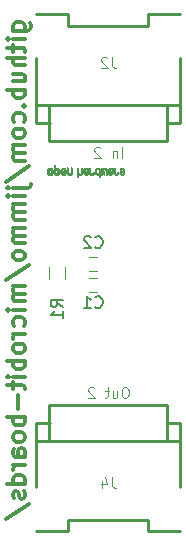
<source format=gbr>
G04 #@! TF.GenerationSoftware,KiCad,Pcbnew,5.0.1*
G04 #@! TF.CreationDate,2018-11-17T00:42:23+11:00*
G04 #@! TF.ProjectId,grove-level-shifter,67726F76652D6C6576656C2D73686966,rev?*
G04 #@! TF.SameCoordinates,Original*
G04 #@! TF.FileFunction,Legend,Bot*
G04 #@! TF.FilePolarity,Positive*
%FSLAX46Y46*%
G04 Gerber Fmt 4.6, Leading zero omitted, Abs format (unit mm)*
G04 Created by KiCad (PCBNEW 5.0.1) date Sat 17 Nov 2018 00:42:23 AEDT*
%MOMM*%
%LPD*%
G01*
G04 APERTURE LIST*
%ADD10C,0.300000*%
%ADD11C,0.120000*%
%ADD12C,0.254000*%
%ADD13C,0.010000*%
%ADD14C,0.150000*%
%ADD15C,0.101600*%
G04 APERTURE END LIST*
D10*
X32571571Y-27756000D02*
X33785857Y-27756000D01*
X33928714Y-27684571D01*
X34000142Y-27613142D01*
X34071571Y-27470285D01*
X34071571Y-27256000D01*
X34000142Y-27113142D01*
X33500142Y-27756000D02*
X33571571Y-27613142D01*
X33571571Y-27327428D01*
X33500142Y-27184571D01*
X33428714Y-27113142D01*
X33285857Y-27041714D01*
X32857285Y-27041714D01*
X32714428Y-27113142D01*
X32643000Y-27184571D01*
X32571571Y-27327428D01*
X32571571Y-27613142D01*
X32643000Y-27756000D01*
X33571571Y-28470285D02*
X32571571Y-28470285D01*
X32071571Y-28470285D02*
X32143000Y-28398857D01*
X32214428Y-28470285D01*
X32143000Y-28541714D01*
X32071571Y-28470285D01*
X32214428Y-28470285D01*
X32571571Y-28970285D02*
X32571571Y-29541714D01*
X32071571Y-29184571D02*
X33357285Y-29184571D01*
X33500142Y-29256000D01*
X33571571Y-29398857D01*
X33571571Y-29541714D01*
X33571571Y-30041714D02*
X32071571Y-30041714D01*
X33571571Y-30684571D02*
X32785857Y-30684571D01*
X32643000Y-30613142D01*
X32571571Y-30470285D01*
X32571571Y-30256000D01*
X32643000Y-30113142D01*
X32714428Y-30041714D01*
X32571571Y-32041714D02*
X33571571Y-32041714D01*
X32571571Y-31398857D02*
X33357285Y-31398857D01*
X33500142Y-31470285D01*
X33571571Y-31613142D01*
X33571571Y-31827428D01*
X33500142Y-31970285D01*
X33428714Y-32041714D01*
X33571571Y-32756000D02*
X32071571Y-32756000D01*
X32643000Y-32756000D02*
X32571571Y-32898857D01*
X32571571Y-33184571D01*
X32643000Y-33327428D01*
X32714428Y-33398857D01*
X32857285Y-33470285D01*
X33285857Y-33470285D01*
X33428714Y-33398857D01*
X33500142Y-33327428D01*
X33571571Y-33184571D01*
X33571571Y-32898857D01*
X33500142Y-32756000D01*
X33428714Y-34113142D02*
X33500142Y-34184571D01*
X33571571Y-34113142D01*
X33500142Y-34041714D01*
X33428714Y-34113142D01*
X33571571Y-34113142D01*
X33500142Y-35470285D02*
X33571571Y-35327428D01*
X33571571Y-35041714D01*
X33500142Y-34898857D01*
X33428714Y-34827428D01*
X33285857Y-34756000D01*
X32857285Y-34756000D01*
X32714428Y-34827428D01*
X32643000Y-34898857D01*
X32571571Y-35041714D01*
X32571571Y-35327428D01*
X32643000Y-35470285D01*
X33571571Y-36327428D02*
X33500142Y-36184571D01*
X33428714Y-36113142D01*
X33285857Y-36041714D01*
X32857285Y-36041714D01*
X32714428Y-36113142D01*
X32643000Y-36184571D01*
X32571571Y-36327428D01*
X32571571Y-36541714D01*
X32643000Y-36684571D01*
X32714428Y-36756000D01*
X32857285Y-36827428D01*
X33285857Y-36827428D01*
X33428714Y-36756000D01*
X33500142Y-36684571D01*
X33571571Y-36541714D01*
X33571571Y-36327428D01*
X33571571Y-37470285D02*
X32571571Y-37470285D01*
X32714428Y-37470285D02*
X32643000Y-37541714D01*
X32571571Y-37684571D01*
X32571571Y-37898857D01*
X32643000Y-38041714D01*
X32785857Y-38113142D01*
X33571571Y-38113142D01*
X32785857Y-38113142D02*
X32643000Y-38184571D01*
X32571571Y-38327428D01*
X32571571Y-38541714D01*
X32643000Y-38684571D01*
X32785857Y-38756000D01*
X33571571Y-38756000D01*
X32000142Y-40541714D02*
X33928714Y-39256000D01*
X32571571Y-41041714D02*
X33857285Y-41041714D01*
X34000142Y-40970285D01*
X34071571Y-40827428D01*
X34071571Y-40756000D01*
X32071571Y-41041714D02*
X32143000Y-40970285D01*
X32214428Y-41041714D01*
X32143000Y-41113142D01*
X32071571Y-41041714D01*
X32214428Y-41041714D01*
X33571571Y-41756000D02*
X32571571Y-41756000D01*
X32071571Y-41756000D02*
X32143000Y-41684571D01*
X32214428Y-41756000D01*
X32143000Y-41827428D01*
X32071571Y-41756000D01*
X32214428Y-41756000D01*
X33571571Y-42470285D02*
X32571571Y-42470285D01*
X32714428Y-42470285D02*
X32643000Y-42541714D01*
X32571571Y-42684571D01*
X32571571Y-42898857D01*
X32643000Y-43041714D01*
X32785857Y-43113142D01*
X33571571Y-43113142D01*
X32785857Y-43113142D02*
X32643000Y-43184571D01*
X32571571Y-43327428D01*
X32571571Y-43541714D01*
X32643000Y-43684571D01*
X32785857Y-43756000D01*
X33571571Y-43756000D01*
X33571571Y-44470285D02*
X32571571Y-44470285D01*
X32714428Y-44470285D02*
X32643000Y-44541714D01*
X32571571Y-44684571D01*
X32571571Y-44898857D01*
X32643000Y-45041714D01*
X32785857Y-45113142D01*
X33571571Y-45113142D01*
X32785857Y-45113142D02*
X32643000Y-45184571D01*
X32571571Y-45327428D01*
X32571571Y-45541714D01*
X32643000Y-45684571D01*
X32785857Y-45756000D01*
X33571571Y-45756000D01*
X33571571Y-46684571D02*
X33500142Y-46541714D01*
X33428714Y-46470285D01*
X33285857Y-46398857D01*
X32857285Y-46398857D01*
X32714428Y-46470285D01*
X32643000Y-46541714D01*
X32571571Y-46684571D01*
X32571571Y-46898857D01*
X32643000Y-47041714D01*
X32714428Y-47113142D01*
X32857285Y-47184571D01*
X33285857Y-47184571D01*
X33428714Y-47113142D01*
X33500142Y-47041714D01*
X33571571Y-46898857D01*
X33571571Y-46684571D01*
X32000142Y-48898857D02*
X33928714Y-47613142D01*
X33571571Y-49398857D02*
X32571571Y-49398857D01*
X32714428Y-49398857D02*
X32643000Y-49470285D01*
X32571571Y-49613142D01*
X32571571Y-49827428D01*
X32643000Y-49970285D01*
X32785857Y-50041714D01*
X33571571Y-50041714D01*
X32785857Y-50041714D02*
X32643000Y-50113142D01*
X32571571Y-50256000D01*
X32571571Y-50470285D01*
X32643000Y-50613142D01*
X32785857Y-50684571D01*
X33571571Y-50684571D01*
X33571571Y-51398857D02*
X32571571Y-51398857D01*
X32071571Y-51398857D02*
X32143000Y-51327428D01*
X32214428Y-51398857D01*
X32143000Y-51470285D01*
X32071571Y-51398857D01*
X32214428Y-51398857D01*
X33500142Y-52756000D02*
X33571571Y-52613142D01*
X33571571Y-52327428D01*
X33500142Y-52184571D01*
X33428714Y-52113142D01*
X33285857Y-52041714D01*
X32857285Y-52041714D01*
X32714428Y-52113142D01*
X32643000Y-52184571D01*
X32571571Y-52327428D01*
X32571571Y-52613142D01*
X32643000Y-52756000D01*
X33571571Y-53398857D02*
X32571571Y-53398857D01*
X32857285Y-53398857D02*
X32714428Y-53470285D01*
X32643000Y-53541714D01*
X32571571Y-53684571D01*
X32571571Y-53827428D01*
X33571571Y-54541714D02*
X33500142Y-54398857D01*
X33428714Y-54327428D01*
X33285857Y-54256000D01*
X32857285Y-54256000D01*
X32714428Y-54327428D01*
X32643000Y-54398857D01*
X32571571Y-54541714D01*
X32571571Y-54756000D01*
X32643000Y-54898857D01*
X32714428Y-54970285D01*
X32857285Y-55041714D01*
X33285857Y-55041714D01*
X33428714Y-54970285D01*
X33500142Y-54898857D01*
X33571571Y-54756000D01*
X33571571Y-54541714D01*
X33571571Y-55684571D02*
X32071571Y-55684571D01*
X32643000Y-55684571D02*
X32571571Y-55827428D01*
X32571571Y-56113142D01*
X32643000Y-56256000D01*
X32714428Y-56327428D01*
X32857285Y-56398857D01*
X33285857Y-56398857D01*
X33428714Y-56327428D01*
X33500142Y-56256000D01*
X33571571Y-56113142D01*
X33571571Y-55827428D01*
X33500142Y-55684571D01*
X33571571Y-57041714D02*
X32571571Y-57041714D01*
X32071571Y-57041714D02*
X32143000Y-56970285D01*
X32214428Y-57041714D01*
X32143000Y-57113142D01*
X32071571Y-57041714D01*
X32214428Y-57041714D01*
X32571571Y-57541714D02*
X32571571Y-58113142D01*
X32071571Y-57756000D02*
X33357285Y-57756000D01*
X33500142Y-57827428D01*
X33571571Y-57970285D01*
X33571571Y-58113142D01*
X33000142Y-58613142D02*
X33000142Y-59756000D01*
X33571571Y-60470285D02*
X32071571Y-60470285D01*
X32643000Y-60470285D02*
X32571571Y-60613142D01*
X32571571Y-60898857D01*
X32643000Y-61041714D01*
X32714428Y-61113142D01*
X32857285Y-61184571D01*
X33285857Y-61184571D01*
X33428714Y-61113142D01*
X33500142Y-61041714D01*
X33571571Y-60898857D01*
X33571571Y-60613142D01*
X33500142Y-60470285D01*
X33571571Y-62041714D02*
X33500142Y-61898857D01*
X33428714Y-61827428D01*
X33285857Y-61756000D01*
X32857285Y-61756000D01*
X32714428Y-61827428D01*
X32643000Y-61898857D01*
X32571571Y-62041714D01*
X32571571Y-62256000D01*
X32643000Y-62398857D01*
X32714428Y-62470285D01*
X32857285Y-62541714D01*
X33285857Y-62541714D01*
X33428714Y-62470285D01*
X33500142Y-62398857D01*
X33571571Y-62256000D01*
X33571571Y-62041714D01*
X33571571Y-63827428D02*
X32785857Y-63827428D01*
X32643000Y-63756000D01*
X32571571Y-63613142D01*
X32571571Y-63327428D01*
X32643000Y-63184571D01*
X33500142Y-63827428D02*
X33571571Y-63684571D01*
X33571571Y-63327428D01*
X33500142Y-63184571D01*
X33357285Y-63113142D01*
X33214428Y-63113142D01*
X33071571Y-63184571D01*
X33000142Y-63327428D01*
X33000142Y-63684571D01*
X32928714Y-63827428D01*
X33571571Y-64541714D02*
X32571571Y-64541714D01*
X32857285Y-64541714D02*
X32714428Y-64613142D01*
X32643000Y-64684571D01*
X32571571Y-64827428D01*
X32571571Y-64970285D01*
X33571571Y-66113142D02*
X32071571Y-66113142D01*
X33500142Y-66113142D02*
X33571571Y-65970285D01*
X33571571Y-65684571D01*
X33500142Y-65541714D01*
X33428714Y-65470285D01*
X33285857Y-65398857D01*
X32857285Y-65398857D01*
X32714428Y-65470285D01*
X32643000Y-65541714D01*
X32571571Y-65684571D01*
X32571571Y-65970285D01*
X32643000Y-66113142D01*
X33500142Y-66756000D02*
X33571571Y-66898857D01*
X33571571Y-67184571D01*
X33500142Y-67327428D01*
X33357285Y-67398857D01*
X33285857Y-67398857D01*
X33143000Y-67327428D01*
X33071571Y-67184571D01*
X33071571Y-66970285D01*
X33000142Y-66827428D01*
X32857285Y-66756000D01*
X32785857Y-66756000D01*
X32643000Y-66827428D01*
X32571571Y-66970285D01*
X32571571Y-67184571D01*
X32643000Y-67327428D01*
X32000142Y-69113142D02*
X33928714Y-67827428D01*
D11*
G04 #@! TO.C,C1*
X39020000Y-48098000D02*
X39720000Y-48098000D01*
X39720000Y-46898000D02*
X39020000Y-46898000D01*
G04 #@! TO.C,C2*
X39020000Y-49876000D02*
X39720000Y-49876000D01*
X39720000Y-48676000D02*
X39020000Y-48676000D01*
D12*
G04 #@! TO.C,J2*
X46738540Y-34061400D02*
X45638720Y-34061400D01*
X35641280Y-34061400D02*
X34541460Y-34061400D01*
X46738540Y-26360120D02*
X44038520Y-26360120D01*
X37241480Y-26360120D02*
X34541460Y-26360120D01*
X46738540Y-34061400D02*
X46738540Y-35560000D01*
X46738540Y-35560000D02*
X45638720Y-35560000D01*
X45638720Y-35560000D02*
X45638720Y-34061400D01*
X45638720Y-34061400D02*
X35641280Y-34061400D01*
X35641280Y-34061400D02*
X35641280Y-35560000D01*
X35641280Y-35560000D02*
X34541460Y-35560000D01*
X34541460Y-35560000D02*
X34541460Y-34061400D01*
X46692820Y-35560000D02*
X45613320Y-35560000D01*
X35666680Y-35560000D02*
X34587180Y-35560000D01*
X46738540Y-34061400D02*
X46738540Y-30096460D01*
X34541460Y-34061400D02*
X34541460Y-30096460D01*
X46738540Y-30096460D02*
X46738540Y-35361880D01*
X34541460Y-30096460D02*
X34541460Y-35460940D01*
X35641280Y-35460940D02*
X35641280Y-37058600D01*
X35641280Y-37058600D02*
X45638720Y-37058600D01*
X45638720Y-37058600D02*
X45638720Y-35361880D01*
X44038520Y-26360120D02*
X44038520Y-27360880D01*
X44038520Y-27360880D02*
X37241480Y-27360880D01*
X37241480Y-27360880D02*
X37241480Y-26360120D01*
X46639480Y-26360120D02*
X44038520Y-26360120D01*
X44038520Y-26360120D02*
X44038520Y-27360880D01*
X44038520Y-27360880D02*
X37241480Y-27360880D01*
X37241480Y-27360880D02*
X37241480Y-26360120D01*
X37241480Y-26360120D02*
X34640520Y-26360120D01*
G04 #@! TO.C,J4*
X34541460Y-62458600D02*
X35641280Y-62458600D01*
X45638720Y-62458600D02*
X46738540Y-62458600D01*
X34541460Y-70159880D02*
X37241480Y-70159880D01*
X44038520Y-70159880D02*
X46738540Y-70159880D01*
X34541460Y-62458600D02*
X34541460Y-60960000D01*
X34541460Y-60960000D02*
X35641280Y-60960000D01*
X35641280Y-60960000D02*
X35641280Y-62458600D01*
X35641280Y-62458600D02*
X45638720Y-62458600D01*
X45638720Y-62458600D02*
X45638720Y-60960000D01*
X45638720Y-60960000D02*
X46738540Y-60960000D01*
X46738540Y-60960000D02*
X46738540Y-62458600D01*
X34587180Y-60960000D02*
X35666680Y-60960000D01*
X45613320Y-60960000D02*
X46692820Y-60960000D01*
X34541460Y-62458600D02*
X34541460Y-66423540D01*
X46738540Y-62458600D02*
X46738540Y-66423540D01*
X34541460Y-66423540D02*
X34541460Y-61158120D01*
X46738540Y-66423540D02*
X46738540Y-61059060D01*
X45638720Y-61059060D02*
X45638720Y-59461400D01*
X45638720Y-59461400D02*
X35641280Y-59461400D01*
X35641280Y-59461400D02*
X35641280Y-61158120D01*
X37241480Y-70159880D02*
X37241480Y-69159120D01*
X37241480Y-69159120D02*
X44038520Y-69159120D01*
X44038520Y-69159120D02*
X44038520Y-70159880D01*
X34640520Y-70159880D02*
X37241480Y-70159880D01*
X37241480Y-70159880D02*
X37241480Y-69159120D01*
X37241480Y-69159120D02*
X44038520Y-69159120D01*
X44038520Y-69159120D02*
X44038520Y-70159880D01*
X44038520Y-70159880D02*
X46639480Y-70159880D01*
D11*
G04 #@! TO.C,R1*
X37002000Y-48760000D02*
X37002000Y-47760000D01*
X35642000Y-47760000D02*
X35642000Y-48760000D01*
D13*
G04 #@! TO.C,Z1*
G36*
X36334744Y-39990082D02*
X36390201Y-39962432D01*
X36439148Y-39911520D01*
X36452629Y-39892662D01*
X36467314Y-39867985D01*
X36476842Y-39841184D01*
X36482293Y-39805413D01*
X36484747Y-39753831D01*
X36485286Y-39685733D01*
X36482852Y-39592412D01*
X36474394Y-39522343D01*
X36458174Y-39470069D01*
X36432454Y-39430131D01*
X36395497Y-39397071D01*
X36392782Y-39395114D01*
X36356360Y-39375092D01*
X36312502Y-39365185D01*
X36256724Y-39362743D01*
X36166048Y-39362743D01*
X36166010Y-39274717D01*
X36165166Y-39225692D01*
X36160024Y-39196935D01*
X36146587Y-39179689D01*
X36120858Y-39165192D01*
X36114679Y-39162231D01*
X36085764Y-39148352D01*
X36063376Y-39139586D01*
X36046729Y-39138829D01*
X36035036Y-39148977D01*
X36027510Y-39172927D01*
X36023366Y-39213574D01*
X36021815Y-39273814D01*
X36022071Y-39356545D01*
X36023349Y-39464661D01*
X36023748Y-39497000D01*
X36025185Y-39608476D01*
X36026472Y-39681397D01*
X36165971Y-39681397D01*
X36166755Y-39619501D01*
X36170240Y-39579003D01*
X36178124Y-39552292D01*
X36192105Y-39531756D01*
X36201597Y-39521740D01*
X36240404Y-39492433D01*
X36274763Y-39490048D01*
X36310216Y-39514250D01*
X36311114Y-39515143D01*
X36325539Y-39533847D01*
X36334313Y-39559268D01*
X36338739Y-39598416D01*
X36340118Y-39658303D01*
X36340143Y-39671570D01*
X36336812Y-39754099D01*
X36325969Y-39811309D01*
X36306340Y-39846234D01*
X36276650Y-39861906D01*
X36259491Y-39863486D01*
X36218766Y-39856074D01*
X36190832Y-39831670D01*
X36174017Y-39787020D01*
X36166650Y-39718870D01*
X36165971Y-39681397D01*
X36026472Y-39681397D01*
X36026708Y-39694755D01*
X36028677Y-39759667D01*
X36031450Y-39807042D01*
X36035388Y-39840710D01*
X36040849Y-39864502D01*
X36048192Y-39882247D01*
X36057777Y-39897776D01*
X36061887Y-39903619D01*
X36116405Y-39958815D01*
X36185336Y-39990110D01*
X36265072Y-39998835D01*
X36334744Y-39990082D01*
X36334744Y-39990082D01*
G37*
X36334744Y-39990082D02*
X36390201Y-39962432D01*
X36439148Y-39911520D01*
X36452629Y-39892662D01*
X36467314Y-39867985D01*
X36476842Y-39841184D01*
X36482293Y-39805413D01*
X36484747Y-39753831D01*
X36485286Y-39685733D01*
X36482852Y-39592412D01*
X36474394Y-39522343D01*
X36458174Y-39470069D01*
X36432454Y-39430131D01*
X36395497Y-39397071D01*
X36392782Y-39395114D01*
X36356360Y-39375092D01*
X36312502Y-39365185D01*
X36256724Y-39362743D01*
X36166048Y-39362743D01*
X36166010Y-39274717D01*
X36165166Y-39225692D01*
X36160024Y-39196935D01*
X36146587Y-39179689D01*
X36120858Y-39165192D01*
X36114679Y-39162231D01*
X36085764Y-39148352D01*
X36063376Y-39139586D01*
X36046729Y-39138829D01*
X36035036Y-39148977D01*
X36027510Y-39172927D01*
X36023366Y-39213574D01*
X36021815Y-39273814D01*
X36022071Y-39356545D01*
X36023349Y-39464661D01*
X36023748Y-39497000D01*
X36025185Y-39608476D01*
X36026472Y-39681397D01*
X36165971Y-39681397D01*
X36166755Y-39619501D01*
X36170240Y-39579003D01*
X36178124Y-39552292D01*
X36192105Y-39531756D01*
X36201597Y-39521740D01*
X36240404Y-39492433D01*
X36274763Y-39490048D01*
X36310216Y-39514250D01*
X36311114Y-39515143D01*
X36325539Y-39533847D01*
X36334313Y-39559268D01*
X36338739Y-39598416D01*
X36340118Y-39658303D01*
X36340143Y-39671570D01*
X36336812Y-39754099D01*
X36325969Y-39811309D01*
X36306340Y-39846234D01*
X36276650Y-39861906D01*
X36259491Y-39863486D01*
X36218766Y-39856074D01*
X36190832Y-39831670D01*
X36174017Y-39787020D01*
X36166650Y-39718870D01*
X36165971Y-39681397D01*
X36026472Y-39681397D01*
X36026708Y-39694755D01*
X36028677Y-39759667D01*
X36031450Y-39807042D01*
X36035388Y-39840710D01*
X36040849Y-39864502D01*
X36048192Y-39882247D01*
X36057777Y-39897776D01*
X36061887Y-39903619D01*
X36116405Y-39958815D01*
X36185336Y-39990110D01*
X36265072Y-39998835D01*
X36334744Y-39990082D01*
G36*
X37451093Y-39982220D02*
X37497672Y-39955277D01*
X37530057Y-39928534D01*
X37553742Y-39900516D01*
X37570059Y-39866252D01*
X37580339Y-39820773D01*
X37585914Y-39759108D01*
X37588116Y-39676289D01*
X37588371Y-39616754D01*
X37588371Y-39397609D01*
X37526686Y-39369956D01*
X37465000Y-39342303D01*
X37457743Y-39582330D01*
X37454744Y-39671972D01*
X37451598Y-39737038D01*
X37447701Y-39781974D01*
X37442447Y-39811230D01*
X37435231Y-39829252D01*
X37425450Y-39840489D01*
X37422312Y-39842921D01*
X37374761Y-39861917D01*
X37326697Y-39854400D01*
X37298086Y-39834457D01*
X37286447Y-39820325D01*
X37278391Y-39801780D01*
X37273271Y-39773666D01*
X37270441Y-39730827D01*
X37269256Y-39668105D01*
X37269057Y-39602739D01*
X37269018Y-39520732D01*
X37267614Y-39462684D01*
X37262914Y-39423535D01*
X37252987Y-39398220D01*
X37235903Y-39381677D01*
X37209732Y-39368844D01*
X37174775Y-39355509D01*
X37136596Y-39340993D01*
X37141141Y-39598611D01*
X37142971Y-39691481D01*
X37145112Y-39760111D01*
X37148181Y-39809289D01*
X37152794Y-39843802D01*
X37159568Y-39868438D01*
X37169119Y-39887984D01*
X37180634Y-39905230D01*
X37236190Y-39960320D01*
X37303980Y-39992178D01*
X37377713Y-39999809D01*
X37451093Y-39982220D01*
X37451093Y-39982220D01*
G37*
X37451093Y-39982220D02*
X37497672Y-39955277D01*
X37530057Y-39928534D01*
X37553742Y-39900516D01*
X37570059Y-39866252D01*
X37580339Y-39820773D01*
X37585914Y-39759108D01*
X37588116Y-39676289D01*
X37588371Y-39616754D01*
X37588371Y-39397609D01*
X37526686Y-39369956D01*
X37465000Y-39342303D01*
X37457743Y-39582330D01*
X37454744Y-39671972D01*
X37451598Y-39737038D01*
X37447701Y-39781974D01*
X37442447Y-39811230D01*
X37435231Y-39829252D01*
X37425450Y-39840489D01*
X37422312Y-39842921D01*
X37374761Y-39861917D01*
X37326697Y-39854400D01*
X37298086Y-39834457D01*
X37286447Y-39820325D01*
X37278391Y-39801780D01*
X37273271Y-39773666D01*
X37270441Y-39730827D01*
X37269256Y-39668105D01*
X37269057Y-39602739D01*
X37269018Y-39520732D01*
X37267614Y-39462684D01*
X37262914Y-39423535D01*
X37252987Y-39398220D01*
X37235903Y-39381677D01*
X37209732Y-39368844D01*
X37174775Y-39355509D01*
X37136596Y-39340993D01*
X37141141Y-39598611D01*
X37142971Y-39691481D01*
X37145112Y-39760111D01*
X37148181Y-39809289D01*
X37152794Y-39843802D01*
X37159568Y-39868438D01*
X37169119Y-39887984D01*
X37180634Y-39905230D01*
X37236190Y-39960320D01*
X37303980Y-39992178D01*
X37377713Y-39999809D01*
X37451093Y-39982220D01*
G36*
X35776115Y-39988038D02*
X35844145Y-39952267D01*
X35894351Y-39894699D01*
X35912185Y-39857688D01*
X35926063Y-39802118D01*
X35933167Y-39731904D01*
X35933840Y-39655273D01*
X35928427Y-39580448D01*
X35917270Y-39515658D01*
X35900714Y-39469127D01*
X35895626Y-39461113D01*
X35835355Y-39401293D01*
X35763769Y-39365465D01*
X35686092Y-39354980D01*
X35607548Y-39371190D01*
X35585689Y-39380908D01*
X35543122Y-39410857D01*
X35505763Y-39450567D01*
X35502232Y-39455603D01*
X35487881Y-39479876D01*
X35478394Y-39505822D01*
X35472790Y-39539978D01*
X35470086Y-39588881D01*
X35469299Y-39659065D01*
X35469286Y-39674800D01*
X35469322Y-39679808D01*
X35614429Y-39679808D01*
X35615273Y-39613570D01*
X35618596Y-39569614D01*
X35625583Y-39541221D01*
X35637416Y-39521675D01*
X35643457Y-39515143D01*
X35678186Y-39490320D01*
X35711903Y-39491452D01*
X35745995Y-39512984D01*
X35766329Y-39535971D01*
X35778371Y-39569522D01*
X35785134Y-39622431D01*
X35785598Y-39628601D01*
X35786752Y-39724487D01*
X35774688Y-39795701D01*
X35749570Y-39841806D01*
X35711560Y-39862365D01*
X35697992Y-39863486D01*
X35662364Y-39857848D01*
X35637994Y-39838314D01*
X35623093Y-39800958D01*
X35615875Y-39741850D01*
X35614429Y-39679808D01*
X35469322Y-39679808D01*
X35469826Y-39749587D01*
X35472096Y-39801841D01*
X35477068Y-39838051D01*
X35485713Y-39864701D01*
X35499005Y-39888278D01*
X35501943Y-39892662D01*
X35551313Y-39951751D01*
X35605109Y-39986053D01*
X35670602Y-39999669D01*
X35692842Y-40000335D01*
X35776115Y-39988038D01*
X35776115Y-39988038D01*
G37*
X35776115Y-39988038D02*
X35844145Y-39952267D01*
X35894351Y-39894699D01*
X35912185Y-39857688D01*
X35926063Y-39802118D01*
X35933167Y-39731904D01*
X35933840Y-39655273D01*
X35928427Y-39580448D01*
X35917270Y-39515658D01*
X35900714Y-39469127D01*
X35895626Y-39461113D01*
X35835355Y-39401293D01*
X35763769Y-39365465D01*
X35686092Y-39354980D01*
X35607548Y-39371190D01*
X35585689Y-39380908D01*
X35543122Y-39410857D01*
X35505763Y-39450567D01*
X35502232Y-39455603D01*
X35487881Y-39479876D01*
X35478394Y-39505822D01*
X35472790Y-39539978D01*
X35470086Y-39588881D01*
X35469299Y-39659065D01*
X35469286Y-39674800D01*
X35469322Y-39679808D01*
X35614429Y-39679808D01*
X35615273Y-39613570D01*
X35618596Y-39569614D01*
X35625583Y-39541221D01*
X35637416Y-39521675D01*
X35643457Y-39515143D01*
X35678186Y-39490320D01*
X35711903Y-39491452D01*
X35745995Y-39512984D01*
X35766329Y-39535971D01*
X35778371Y-39569522D01*
X35785134Y-39622431D01*
X35785598Y-39628601D01*
X35786752Y-39724487D01*
X35774688Y-39795701D01*
X35749570Y-39841806D01*
X35711560Y-39862365D01*
X35697992Y-39863486D01*
X35662364Y-39857848D01*
X35637994Y-39838314D01*
X35623093Y-39800958D01*
X35615875Y-39741850D01*
X35614429Y-39679808D01*
X35469322Y-39679808D01*
X35469826Y-39749587D01*
X35472096Y-39801841D01*
X35477068Y-39838051D01*
X35485713Y-39864701D01*
X35499005Y-39888278D01*
X35501943Y-39892662D01*
X35551313Y-39951751D01*
X35605109Y-39986053D01*
X35670602Y-39999669D01*
X35692842Y-40000335D01*
X35776115Y-39988038D01*
G36*
X36903303Y-39978761D02*
X36960527Y-39940265D01*
X37004749Y-39884665D01*
X37031167Y-39813914D01*
X37036510Y-39761838D01*
X37035903Y-39740107D01*
X37030822Y-39723469D01*
X37016855Y-39708563D01*
X36989589Y-39692027D01*
X36944612Y-39670502D01*
X36877511Y-39640626D01*
X36877171Y-39640476D01*
X36815407Y-39612187D01*
X36764759Y-39587067D01*
X36730404Y-39567821D01*
X36717518Y-39557152D01*
X36717514Y-39557066D01*
X36728872Y-39533834D01*
X36755431Y-39508226D01*
X36785923Y-39489779D01*
X36801370Y-39486114D01*
X36843515Y-39498788D01*
X36879808Y-39530529D01*
X36897517Y-39565428D01*
X36914552Y-39591155D01*
X36947922Y-39620454D01*
X36987149Y-39645765D01*
X37021756Y-39659529D01*
X37028993Y-39660286D01*
X37037139Y-39647840D01*
X37037630Y-39616028D01*
X37031643Y-39573134D01*
X37020357Y-39527442D01*
X37004950Y-39487239D01*
X37004171Y-39485678D01*
X36957804Y-39420938D01*
X36897711Y-39376903D01*
X36829465Y-39355289D01*
X36758638Y-39357815D01*
X36690804Y-39386196D01*
X36687788Y-39388192D01*
X36634427Y-39436552D01*
X36599340Y-39499648D01*
X36579922Y-39582613D01*
X36577316Y-39605922D01*
X36572701Y-39715945D01*
X36578233Y-39767252D01*
X36717514Y-39767252D01*
X36719324Y-39735247D01*
X36729222Y-39725907D01*
X36753898Y-39732895D01*
X36792795Y-39749413D01*
X36836275Y-39770119D01*
X36837356Y-39770667D01*
X36874209Y-39790051D01*
X36889000Y-39802987D01*
X36885353Y-39816549D01*
X36869995Y-39834368D01*
X36830923Y-39860155D01*
X36788846Y-39862050D01*
X36751103Y-39843283D01*
X36725034Y-39807085D01*
X36717514Y-39767252D01*
X36578233Y-39767252D01*
X36582194Y-39803973D01*
X36606550Y-39873788D01*
X36640456Y-39922698D01*
X36701653Y-39972122D01*
X36769063Y-39996641D01*
X36837880Y-39998203D01*
X36903303Y-39978761D01*
X36903303Y-39978761D01*
G37*
X36903303Y-39978761D02*
X36960527Y-39940265D01*
X37004749Y-39884665D01*
X37031167Y-39813914D01*
X37036510Y-39761838D01*
X37035903Y-39740107D01*
X37030822Y-39723469D01*
X37016855Y-39708563D01*
X36989589Y-39692027D01*
X36944612Y-39670502D01*
X36877511Y-39640626D01*
X36877171Y-39640476D01*
X36815407Y-39612187D01*
X36764759Y-39587067D01*
X36730404Y-39567821D01*
X36717518Y-39557152D01*
X36717514Y-39557066D01*
X36728872Y-39533834D01*
X36755431Y-39508226D01*
X36785923Y-39489779D01*
X36801370Y-39486114D01*
X36843515Y-39498788D01*
X36879808Y-39530529D01*
X36897517Y-39565428D01*
X36914552Y-39591155D01*
X36947922Y-39620454D01*
X36987149Y-39645765D01*
X37021756Y-39659529D01*
X37028993Y-39660286D01*
X37037139Y-39647840D01*
X37037630Y-39616028D01*
X37031643Y-39573134D01*
X37020357Y-39527442D01*
X37004950Y-39487239D01*
X37004171Y-39485678D01*
X36957804Y-39420938D01*
X36897711Y-39376903D01*
X36829465Y-39355289D01*
X36758638Y-39357815D01*
X36690804Y-39386196D01*
X36687788Y-39388192D01*
X36634427Y-39436552D01*
X36599340Y-39499648D01*
X36579922Y-39582613D01*
X36577316Y-39605922D01*
X36572701Y-39715945D01*
X36578233Y-39767252D01*
X36717514Y-39767252D01*
X36719324Y-39735247D01*
X36729222Y-39725907D01*
X36753898Y-39732895D01*
X36792795Y-39749413D01*
X36836275Y-39770119D01*
X36837356Y-39770667D01*
X36874209Y-39790051D01*
X36889000Y-39802987D01*
X36885353Y-39816549D01*
X36869995Y-39834368D01*
X36830923Y-39860155D01*
X36788846Y-39862050D01*
X36751103Y-39843283D01*
X36725034Y-39807085D01*
X36717514Y-39767252D01*
X36578233Y-39767252D01*
X36582194Y-39803973D01*
X36606550Y-39873788D01*
X36640456Y-39922698D01*
X36701653Y-39972122D01*
X36769063Y-39996641D01*
X36837880Y-39998203D01*
X36903303Y-39978761D01*
G36*
X38110886Y-40058711D02*
X38115139Y-39999387D01*
X38120025Y-39964428D01*
X38126795Y-39949180D01*
X38136702Y-39948985D01*
X38139914Y-39950805D01*
X38182644Y-39963985D01*
X38238227Y-39963215D01*
X38294737Y-39949667D01*
X38330082Y-39932139D01*
X38366321Y-39904139D01*
X38392813Y-39872451D01*
X38410999Y-39832187D01*
X38422322Y-39778457D01*
X38428222Y-39706374D01*
X38430143Y-39611049D01*
X38430177Y-39592763D01*
X38430200Y-39387354D01*
X38384491Y-39371420D01*
X38352027Y-39360580D01*
X38334215Y-39355532D01*
X38333691Y-39355486D01*
X38331937Y-39369172D01*
X38330444Y-39406924D01*
X38329326Y-39463776D01*
X38328697Y-39534766D01*
X38328600Y-39577927D01*
X38328398Y-39663027D01*
X38327358Y-39724019D01*
X38324831Y-39765823D01*
X38320164Y-39793358D01*
X38312707Y-39811544D01*
X38301811Y-39825302D01*
X38295007Y-39831927D01*
X38248272Y-39858625D01*
X38197272Y-39860625D01*
X38151001Y-39838045D01*
X38142444Y-39829893D01*
X38129893Y-39814564D01*
X38121188Y-39796382D01*
X38115631Y-39770091D01*
X38112526Y-39730438D01*
X38111176Y-39672168D01*
X38110886Y-39591827D01*
X38110886Y-39387354D01*
X38065177Y-39371420D01*
X38032713Y-39360580D01*
X38014901Y-39355532D01*
X38014377Y-39355486D01*
X38013037Y-39369377D01*
X38011828Y-39408561D01*
X38010801Y-39469300D01*
X38010002Y-39547859D01*
X38009481Y-39640502D01*
X38009286Y-39743491D01*
X38009286Y-40140658D01*
X38056457Y-40160556D01*
X38103629Y-40180453D01*
X38110886Y-40058711D01*
X38110886Y-40058711D01*
G37*
X38110886Y-40058711D02*
X38115139Y-39999387D01*
X38120025Y-39964428D01*
X38126795Y-39949180D01*
X38136702Y-39948985D01*
X38139914Y-39950805D01*
X38182644Y-39963985D01*
X38238227Y-39963215D01*
X38294737Y-39949667D01*
X38330082Y-39932139D01*
X38366321Y-39904139D01*
X38392813Y-39872451D01*
X38410999Y-39832187D01*
X38422322Y-39778457D01*
X38428222Y-39706374D01*
X38430143Y-39611049D01*
X38430177Y-39592763D01*
X38430200Y-39387354D01*
X38384491Y-39371420D01*
X38352027Y-39360580D01*
X38334215Y-39355532D01*
X38333691Y-39355486D01*
X38331937Y-39369172D01*
X38330444Y-39406924D01*
X38329326Y-39463776D01*
X38328697Y-39534766D01*
X38328600Y-39577927D01*
X38328398Y-39663027D01*
X38327358Y-39724019D01*
X38324831Y-39765823D01*
X38320164Y-39793358D01*
X38312707Y-39811544D01*
X38301811Y-39825302D01*
X38295007Y-39831927D01*
X38248272Y-39858625D01*
X38197272Y-39860625D01*
X38151001Y-39838045D01*
X38142444Y-39829893D01*
X38129893Y-39814564D01*
X38121188Y-39796382D01*
X38115631Y-39770091D01*
X38112526Y-39730438D01*
X38111176Y-39672168D01*
X38110886Y-39591827D01*
X38110886Y-39387354D01*
X38065177Y-39371420D01*
X38032713Y-39360580D01*
X38014901Y-39355532D01*
X38014377Y-39355486D01*
X38013037Y-39369377D01*
X38011828Y-39408561D01*
X38010801Y-39469300D01*
X38010002Y-39547859D01*
X38009481Y-39640502D01*
X38009286Y-39743491D01*
X38009286Y-40140658D01*
X38056457Y-40160556D01*
X38103629Y-40180453D01*
X38110886Y-40058711D01*
G36*
X38774744Y-39959032D02*
X38831616Y-39937913D01*
X38832267Y-39937507D01*
X38867440Y-39911620D01*
X38893407Y-39881367D01*
X38911670Y-39841942D01*
X38923732Y-39788538D01*
X38931096Y-39716349D01*
X38935264Y-39620568D01*
X38935629Y-39606922D01*
X38940876Y-39401158D01*
X38896716Y-39378322D01*
X38864763Y-39362890D01*
X38845470Y-39355577D01*
X38844578Y-39355486D01*
X38841239Y-39368978D01*
X38838587Y-39405374D01*
X38836956Y-39458548D01*
X38836600Y-39501607D01*
X38836592Y-39571359D01*
X38833403Y-39615163D01*
X38822288Y-39636056D01*
X38798501Y-39637075D01*
X38757296Y-39621259D01*
X38695086Y-39592185D01*
X38649341Y-39568037D01*
X38625813Y-39547087D01*
X38618896Y-39524253D01*
X38618886Y-39523123D01*
X38630299Y-39483788D01*
X38664092Y-39462538D01*
X38715809Y-39459461D01*
X38753061Y-39459994D01*
X38772703Y-39449265D01*
X38784952Y-39423495D01*
X38792002Y-39390663D01*
X38781842Y-39372034D01*
X38778017Y-39369368D01*
X38742001Y-39358660D01*
X38691566Y-39357144D01*
X38639626Y-39364241D01*
X38602822Y-39377212D01*
X38551938Y-39420415D01*
X38523014Y-39480554D01*
X38517286Y-39527538D01*
X38521657Y-39569918D01*
X38537475Y-39604512D01*
X38568797Y-39635237D01*
X38619678Y-39666010D01*
X38694176Y-39700748D01*
X38698714Y-39702712D01*
X38765821Y-39733713D01*
X38807232Y-39759138D01*
X38824981Y-39781986D01*
X38821107Y-39805255D01*
X38797643Y-39831944D01*
X38790627Y-39838086D01*
X38743630Y-39861900D01*
X38694933Y-39860897D01*
X38652522Y-39837549D01*
X38624384Y-39794325D01*
X38621769Y-39785840D01*
X38596308Y-39744692D01*
X38564001Y-39724872D01*
X38517286Y-39705230D01*
X38517286Y-39756050D01*
X38531496Y-39829918D01*
X38573675Y-39897673D01*
X38595624Y-39920339D01*
X38645517Y-39949431D01*
X38708967Y-39962600D01*
X38774744Y-39959032D01*
X38774744Y-39959032D01*
G37*
X38774744Y-39959032D02*
X38831616Y-39937913D01*
X38832267Y-39937507D01*
X38867440Y-39911620D01*
X38893407Y-39881367D01*
X38911670Y-39841942D01*
X38923732Y-39788538D01*
X38931096Y-39716349D01*
X38935264Y-39620568D01*
X38935629Y-39606922D01*
X38940876Y-39401158D01*
X38896716Y-39378322D01*
X38864763Y-39362890D01*
X38845470Y-39355577D01*
X38844578Y-39355486D01*
X38841239Y-39368978D01*
X38838587Y-39405374D01*
X38836956Y-39458548D01*
X38836600Y-39501607D01*
X38836592Y-39571359D01*
X38833403Y-39615163D01*
X38822288Y-39636056D01*
X38798501Y-39637075D01*
X38757296Y-39621259D01*
X38695086Y-39592185D01*
X38649341Y-39568037D01*
X38625813Y-39547087D01*
X38618896Y-39524253D01*
X38618886Y-39523123D01*
X38630299Y-39483788D01*
X38664092Y-39462538D01*
X38715809Y-39459461D01*
X38753061Y-39459994D01*
X38772703Y-39449265D01*
X38784952Y-39423495D01*
X38792002Y-39390663D01*
X38781842Y-39372034D01*
X38778017Y-39369368D01*
X38742001Y-39358660D01*
X38691566Y-39357144D01*
X38639626Y-39364241D01*
X38602822Y-39377212D01*
X38551938Y-39420415D01*
X38523014Y-39480554D01*
X38517286Y-39527538D01*
X38521657Y-39569918D01*
X38537475Y-39604512D01*
X38568797Y-39635237D01*
X38619678Y-39666010D01*
X38694176Y-39700748D01*
X38698714Y-39702712D01*
X38765821Y-39733713D01*
X38807232Y-39759138D01*
X38824981Y-39781986D01*
X38821107Y-39805255D01*
X38797643Y-39831944D01*
X38790627Y-39838086D01*
X38743630Y-39861900D01*
X38694933Y-39860897D01*
X38652522Y-39837549D01*
X38624384Y-39794325D01*
X38621769Y-39785840D01*
X38596308Y-39744692D01*
X38564001Y-39724872D01*
X38517286Y-39705230D01*
X38517286Y-39756050D01*
X38531496Y-39829918D01*
X38573675Y-39897673D01*
X38595624Y-39920339D01*
X38645517Y-39949431D01*
X38708967Y-39962600D01*
X38774744Y-39959032D01*
G36*
X39264926Y-39960245D02*
X39330858Y-39935916D01*
X39384273Y-39892883D01*
X39405164Y-39862591D01*
X39427939Y-39807006D01*
X39427466Y-39766814D01*
X39403562Y-39739783D01*
X39394717Y-39735187D01*
X39356530Y-39720856D01*
X39337028Y-39724528D01*
X39330422Y-39748593D01*
X39330086Y-39761886D01*
X39317992Y-39810790D01*
X39286471Y-39845001D01*
X39242659Y-39861524D01*
X39193695Y-39857366D01*
X39153894Y-39835773D01*
X39140450Y-39823456D01*
X39130921Y-39808513D01*
X39124485Y-39785925D01*
X39120317Y-39750672D01*
X39117597Y-39697734D01*
X39115502Y-39622093D01*
X39114960Y-39598143D01*
X39112981Y-39516210D01*
X39110731Y-39458545D01*
X39107357Y-39420392D01*
X39102006Y-39396996D01*
X39093824Y-39383602D01*
X39081959Y-39375455D01*
X39074362Y-39371856D01*
X39042102Y-39359548D01*
X39023111Y-39355486D01*
X39016836Y-39369052D01*
X39013006Y-39410066D01*
X39011600Y-39479001D01*
X39012598Y-39576331D01*
X39012908Y-39591343D01*
X39015101Y-39680141D01*
X39017693Y-39744981D01*
X39021382Y-39790933D01*
X39026864Y-39823065D01*
X39034835Y-39846447D01*
X39045993Y-39866148D01*
X39051830Y-39874590D01*
X39085296Y-39911943D01*
X39122727Y-39940997D01*
X39127309Y-39943533D01*
X39194426Y-39963557D01*
X39264926Y-39960245D01*
X39264926Y-39960245D01*
G37*
X39264926Y-39960245D02*
X39330858Y-39935916D01*
X39384273Y-39892883D01*
X39405164Y-39862591D01*
X39427939Y-39807006D01*
X39427466Y-39766814D01*
X39403562Y-39739783D01*
X39394717Y-39735187D01*
X39356530Y-39720856D01*
X39337028Y-39724528D01*
X39330422Y-39748593D01*
X39330086Y-39761886D01*
X39317992Y-39810790D01*
X39286471Y-39845001D01*
X39242659Y-39861524D01*
X39193695Y-39857366D01*
X39153894Y-39835773D01*
X39140450Y-39823456D01*
X39130921Y-39808513D01*
X39124485Y-39785925D01*
X39120317Y-39750672D01*
X39117597Y-39697734D01*
X39115502Y-39622093D01*
X39114960Y-39598143D01*
X39112981Y-39516210D01*
X39110731Y-39458545D01*
X39107357Y-39420392D01*
X39102006Y-39396996D01*
X39093824Y-39383602D01*
X39081959Y-39375455D01*
X39074362Y-39371856D01*
X39042102Y-39359548D01*
X39023111Y-39355486D01*
X39016836Y-39369052D01*
X39013006Y-39410066D01*
X39011600Y-39479001D01*
X39012598Y-39576331D01*
X39012908Y-39591343D01*
X39015101Y-39680141D01*
X39017693Y-39744981D01*
X39021382Y-39790933D01*
X39026864Y-39823065D01*
X39034835Y-39846447D01*
X39045993Y-39866148D01*
X39051830Y-39874590D01*
X39085296Y-39911943D01*
X39122727Y-39940997D01*
X39127309Y-39943533D01*
X39194426Y-39963557D01*
X39264926Y-39960245D01*
G36*
X39925117Y-39844642D02*
X39924933Y-39736163D01*
X39924219Y-39652713D01*
X39922675Y-39590296D01*
X39920001Y-39544915D01*
X39915894Y-39512571D01*
X39910055Y-39489267D01*
X39902182Y-39471005D01*
X39896221Y-39460582D01*
X39846855Y-39404055D01*
X39784264Y-39368623D01*
X39715013Y-39355910D01*
X39645668Y-39367537D01*
X39604375Y-39388432D01*
X39561025Y-39424578D01*
X39531481Y-39468724D01*
X39513655Y-39526538D01*
X39505463Y-39603687D01*
X39504302Y-39660286D01*
X39504458Y-39664353D01*
X39605857Y-39664353D01*
X39606476Y-39599450D01*
X39609314Y-39556486D01*
X39615840Y-39528378D01*
X39627523Y-39508047D01*
X39641483Y-39492712D01*
X39688365Y-39463110D01*
X39738701Y-39460581D01*
X39786276Y-39485295D01*
X39789979Y-39488644D01*
X39805783Y-39506065D01*
X39815693Y-39526791D01*
X39821058Y-39557638D01*
X39823228Y-39605423D01*
X39823571Y-39658252D01*
X39822827Y-39724619D01*
X39819748Y-39768894D01*
X39813061Y-39797991D01*
X39801496Y-39818827D01*
X39792013Y-39829893D01*
X39747960Y-39857802D01*
X39697224Y-39861157D01*
X39648796Y-39839841D01*
X39639450Y-39831927D01*
X39623540Y-39814353D01*
X39613610Y-39793413D01*
X39608278Y-39762218D01*
X39606163Y-39713878D01*
X39605857Y-39664353D01*
X39504458Y-39664353D01*
X39507810Y-39751432D01*
X39519726Y-39819914D01*
X39542135Y-39871400D01*
X39577124Y-39911557D01*
X39604375Y-39932139D01*
X39653907Y-39954375D01*
X39711316Y-39964696D01*
X39764682Y-39961933D01*
X39794543Y-39950788D01*
X39806261Y-39947617D01*
X39814037Y-39959443D01*
X39819465Y-39991134D01*
X39823571Y-40039407D01*
X39828067Y-40093171D01*
X39834313Y-40125518D01*
X39845676Y-40144015D01*
X39865528Y-40156230D01*
X39878000Y-40161638D01*
X39925171Y-40181399D01*
X39925117Y-39844642D01*
X39925117Y-39844642D01*
G37*
X39925117Y-39844642D02*
X39924933Y-39736163D01*
X39924219Y-39652713D01*
X39922675Y-39590296D01*
X39920001Y-39544915D01*
X39915894Y-39512571D01*
X39910055Y-39489267D01*
X39902182Y-39471005D01*
X39896221Y-39460582D01*
X39846855Y-39404055D01*
X39784264Y-39368623D01*
X39715013Y-39355910D01*
X39645668Y-39367537D01*
X39604375Y-39388432D01*
X39561025Y-39424578D01*
X39531481Y-39468724D01*
X39513655Y-39526538D01*
X39505463Y-39603687D01*
X39504302Y-39660286D01*
X39504458Y-39664353D01*
X39605857Y-39664353D01*
X39606476Y-39599450D01*
X39609314Y-39556486D01*
X39615840Y-39528378D01*
X39627523Y-39508047D01*
X39641483Y-39492712D01*
X39688365Y-39463110D01*
X39738701Y-39460581D01*
X39786276Y-39485295D01*
X39789979Y-39488644D01*
X39805783Y-39506065D01*
X39815693Y-39526791D01*
X39821058Y-39557638D01*
X39823228Y-39605423D01*
X39823571Y-39658252D01*
X39822827Y-39724619D01*
X39819748Y-39768894D01*
X39813061Y-39797991D01*
X39801496Y-39818827D01*
X39792013Y-39829893D01*
X39747960Y-39857802D01*
X39697224Y-39861157D01*
X39648796Y-39839841D01*
X39639450Y-39831927D01*
X39623540Y-39814353D01*
X39613610Y-39793413D01*
X39608278Y-39762218D01*
X39606163Y-39713878D01*
X39605857Y-39664353D01*
X39504458Y-39664353D01*
X39507810Y-39751432D01*
X39519726Y-39819914D01*
X39542135Y-39871400D01*
X39577124Y-39911557D01*
X39604375Y-39932139D01*
X39653907Y-39954375D01*
X39711316Y-39964696D01*
X39764682Y-39961933D01*
X39794543Y-39950788D01*
X39806261Y-39947617D01*
X39814037Y-39959443D01*
X39819465Y-39991134D01*
X39823571Y-40039407D01*
X39828067Y-40093171D01*
X39834313Y-40125518D01*
X39845676Y-40144015D01*
X39865528Y-40156230D01*
X39878000Y-40161638D01*
X39925171Y-40181399D01*
X39925117Y-39844642D01*
G36*
X40514833Y-39951337D02*
X40517048Y-39913150D01*
X40518784Y-39855114D01*
X40519899Y-39781820D01*
X40520257Y-39704945D01*
X40520257Y-39444804D01*
X40474326Y-39398873D01*
X40442675Y-39370571D01*
X40414890Y-39359107D01*
X40376915Y-39359832D01*
X40361840Y-39361679D01*
X40314726Y-39367052D01*
X40275756Y-39370131D01*
X40266257Y-39370415D01*
X40234233Y-39368555D01*
X40188432Y-39363886D01*
X40170674Y-39361679D01*
X40127057Y-39358265D01*
X40097745Y-39365680D01*
X40068680Y-39388573D01*
X40058188Y-39398873D01*
X40012257Y-39444804D01*
X40012257Y-39931398D01*
X40049226Y-39948242D01*
X40081059Y-39960718D01*
X40099683Y-39965086D01*
X40104458Y-39951282D01*
X40108921Y-39912714D01*
X40112775Y-39853644D01*
X40115722Y-39778337D01*
X40117143Y-39714714D01*
X40121114Y-39464343D01*
X40155759Y-39459444D01*
X40187268Y-39462869D01*
X40202708Y-39473959D01*
X40207023Y-39494692D01*
X40210708Y-39538855D01*
X40213469Y-39600854D01*
X40215012Y-39675091D01*
X40215235Y-39713294D01*
X40215457Y-39933217D01*
X40261166Y-39949151D01*
X40293518Y-39959985D01*
X40311115Y-39965038D01*
X40311623Y-39965086D01*
X40313388Y-39951352D01*
X40315329Y-39913270D01*
X40317282Y-39855518D01*
X40319084Y-39782773D01*
X40320343Y-39714714D01*
X40324314Y-39464343D01*
X40411400Y-39464343D01*
X40415396Y-39692760D01*
X40419392Y-39921178D01*
X40461847Y-39943132D01*
X40493192Y-39958207D01*
X40511744Y-39965049D01*
X40512279Y-39965086D01*
X40514833Y-39951337D01*
X40514833Y-39951337D01*
G37*
X40514833Y-39951337D02*
X40517048Y-39913150D01*
X40518784Y-39855114D01*
X40519899Y-39781820D01*
X40520257Y-39704945D01*
X40520257Y-39444804D01*
X40474326Y-39398873D01*
X40442675Y-39370571D01*
X40414890Y-39359107D01*
X40376915Y-39359832D01*
X40361840Y-39361679D01*
X40314726Y-39367052D01*
X40275756Y-39370131D01*
X40266257Y-39370415D01*
X40234233Y-39368555D01*
X40188432Y-39363886D01*
X40170674Y-39361679D01*
X40127057Y-39358265D01*
X40097745Y-39365680D01*
X40068680Y-39388573D01*
X40058188Y-39398873D01*
X40012257Y-39444804D01*
X40012257Y-39931398D01*
X40049226Y-39948242D01*
X40081059Y-39960718D01*
X40099683Y-39965086D01*
X40104458Y-39951282D01*
X40108921Y-39912714D01*
X40112775Y-39853644D01*
X40115722Y-39778337D01*
X40117143Y-39714714D01*
X40121114Y-39464343D01*
X40155759Y-39459444D01*
X40187268Y-39462869D01*
X40202708Y-39473959D01*
X40207023Y-39494692D01*
X40210708Y-39538855D01*
X40213469Y-39600854D01*
X40215012Y-39675091D01*
X40215235Y-39713294D01*
X40215457Y-39933217D01*
X40261166Y-39949151D01*
X40293518Y-39959985D01*
X40311115Y-39965038D01*
X40311623Y-39965086D01*
X40313388Y-39951352D01*
X40315329Y-39913270D01*
X40317282Y-39855518D01*
X40319084Y-39782773D01*
X40320343Y-39714714D01*
X40324314Y-39464343D01*
X40411400Y-39464343D01*
X40415396Y-39692760D01*
X40419392Y-39921178D01*
X40461847Y-39943132D01*
X40493192Y-39958207D01*
X40511744Y-39965049D01*
X40512279Y-39965086D01*
X40514833Y-39951337D01*
G36*
X40879876Y-39953665D02*
X40921667Y-39934656D01*
X40954469Y-39911622D01*
X40978503Y-39885867D01*
X40995097Y-39852642D01*
X41005577Y-39807200D01*
X41011271Y-39744793D01*
X41013507Y-39660673D01*
X41013743Y-39605279D01*
X41013743Y-39389174D01*
X40976774Y-39372330D01*
X40947656Y-39360019D01*
X40933231Y-39355486D01*
X40930472Y-39368975D01*
X40928282Y-39405347D01*
X40926942Y-39458458D01*
X40926657Y-39500628D01*
X40925434Y-39561553D01*
X40922136Y-39609885D01*
X40917321Y-39639482D01*
X40913496Y-39645771D01*
X40887783Y-39639348D01*
X40847418Y-39622875D01*
X40800679Y-39600542D01*
X40755845Y-39576543D01*
X40721193Y-39555070D01*
X40705002Y-39540315D01*
X40704938Y-39540155D01*
X40706330Y-39512848D01*
X40718818Y-39486781D01*
X40740743Y-39465608D01*
X40772743Y-39458526D01*
X40800092Y-39459351D01*
X40838826Y-39459958D01*
X40859158Y-39450884D01*
X40871369Y-39426908D01*
X40872909Y-39422387D01*
X40878203Y-39388194D01*
X40864047Y-39367432D01*
X40827148Y-39357538D01*
X40787289Y-39355708D01*
X40715562Y-39369273D01*
X40678432Y-39388645D01*
X40632576Y-39434155D01*
X40608256Y-39490017D01*
X40606073Y-39549043D01*
X40626629Y-39604047D01*
X40657549Y-39638514D01*
X40688420Y-39657811D01*
X40736942Y-39682241D01*
X40793485Y-39707015D01*
X40802910Y-39710801D01*
X40865019Y-39738209D01*
X40900822Y-39762366D01*
X40912337Y-39786381D01*
X40901580Y-39813365D01*
X40883114Y-39834457D01*
X40839469Y-39860428D01*
X40791446Y-39862376D01*
X40747406Y-39842363D01*
X40715709Y-39802449D01*
X40711549Y-39792152D01*
X40687327Y-39754276D01*
X40651965Y-39726158D01*
X40607343Y-39703083D01*
X40607343Y-39768515D01*
X40609969Y-39808494D01*
X40621230Y-39840003D01*
X40646199Y-39873622D01*
X40670169Y-39899516D01*
X40707441Y-39936183D01*
X40736401Y-39955879D01*
X40767505Y-39963780D01*
X40802713Y-39965086D01*
X40879876Y-39953665D01*
X40879876Y-39953665D01*
G37*
X40879876Y-39953665D02*
X40921667Y-39934656D01*
X40954469Y-39911622D01*
X40978503Y-39885867D01*
X40995097Y-39852642D01*
X41005577Y-39807200D01*
X41011271Y-39744793D01*
X41013507Y-39660673D01*
X41013743Y-39605279D01*
X41013743Y-39389174D01*
X40976774Y-39372330D01*
X40947656Y-39360019D01*
X40933231Y-39355486D01*
X40930472Y-39368975D01*
X40928282Y-39405347D01*
X40926942Y-39458458D01*
X40926657Y-39500628D01*
X40925434Y-39561553D01*
X40922136Y-39609885D01*
X40917321Y-39639482D01*
X40913496Y-39645771D01*
X40887783Y-39639348D01*
X40847418Y-39622875D01*
X40800679Y-39600542D01*
X40755845Y-39576543D01*
X40721193Y-39555070D01*
X40705002Y-39540315D01*
X40704938Y-39540155D01*
X40706330Y-39512848D01*
X40718818Y-39486781D01*
X40740743Y-39465608D01*
X40772743Y-39458526D01*
X40800092Y-39459351D01*
X40838826Y-39459958D01*
X40859158Y-39450884D01*
X40871369Y-39426908D01*
X40872909Y-39422387D01*
X40878203Y-39388194D01*
X40864047Y-39367432D01*
X40827148Y-39357538D01*
X40787289Y-39355708D01*
X40715562Y-39369273D01*
X40678432Y-39388645D01*
X40632576Y-39434155D01*
X40608256Y-39490017D01*
X40606073Y-39549043D01*
X40626629Y-39604047D01*
X40657549Y-39638514D01*
X40688420Y-39657811D01*
X40736942Y-39682241D01*
X40793485Y-39707015D01*
X40802910Y-39710801D01*
X40865019Y-39738209D01*
X40900822Y-39762366D01*
X40912337Y-39786381D01*
X40901580Y-39813365D01*
X40883114Y-39834457D01*
X40839469Y-39860428D01*
X40791446Y-39862376D01*
X40747406Y-39842363D01*
X40715709Y-39802449D01*
X40711549Y-39792152D01*
X40687327Y-39754276D01*
X40651965Y-39726158D01*
X40607343Y-39703083D01*
X40607343Y-39768515D01*
X40609969Y-39808494D01*
X40621230Y-39840003D01*
X40646199Y-39873622D01*
X40670169Y-39899516D01*
X40707441Y-39936183D01*
X40736401Y-39955879D01*
X40767505Y-39963780D01*
X40802713Y-39965086D01*
X40879876Y-39953665D01*
G36*
X41387600Y-39951248D02*
X41404948Y-39943666D01*
X41446356Y-39910872D01*
X41481765Y-39863453D01*
X41503664Y-39812849D01*
X41507229Y-39787902D01*
X41495279Y-39753073D01*
X41469067Y-39734643D01*
X41440964Y-39723484D01*
X41428095Y-39721428D01*
X41421829Y-39736351D01*
X41409456Y-39768825D01*
X41404028Y-39783498D01*
X41373590Y-39834256D01*
X41329520Y-39859573D01*
X41273010Y-39858794D01*
X41268825Y-39857797D01*
X41238655Y-39843493D01*
X41216476Y-39815607D01*
X41201327Y-39770713D01*
X41192250Y-39705385D01*
X41188286Y-39616196D01*
X41187914Y-39568739D01*
X41187730Y-39493929D01*
X41186522Y-39442931D01*
X41183309Y-39410529D01*
X41177109Y-39391505D01*
X41166940Y-39380644D01*
X41151819Y-39372728D01*
X41150946Y-39372330D01*
X41121828Y-39360019D01*
X41107403Y-39355486D01*
X41105186Y-39369191D01*
X41103289Y-39407075D01*
X41101847Y-39464285D01*
X41100998Y-39535973D01*
X41100829Y-39588435D01*
X41101692Y-39689953D01*
X41105070Y-39766968D01*
X41112142Y-39823977D01*
X41124088Y-39865474D01*
X41142090Y-39895957D01*
X41167327Y-39919920D01*
X41192247Y-39936645D01*
X41252171Y-39958903D01*
X41321911Y-39963924D01*
X41387600Y-39951248D01*
X41387600Y-39951248D01*
G37*
X41387600Y-39951248D02*
X41404948Y-39943666D01*
X41446356Y-39910872D01*
X41481765Y-39863453D01*
X41503664Y-39812849D01*
X41507229Y-39787902D01*
X41495279Y-39753073D01*
X41469067Y-39734643D01*
X41440964Y-39723484D01*
X41428095Y-39721428D01*
X41421829Y-39736351D01*
X41409456Y-39768825D01*
X41404028Y-39783498D01*
X41373590Y-39834256D01*
X41329520Y-39859573D01*
X41273010Y-39858794D01*
X41268825Y-39857797D01*
X41238655Y-39843493D01*
X41216476Y-39815607D01*
X41201327Y-39770713D01*
X41192250Y-39705385D01*
X41188286Y-39616196D01*
X41187914Y-39568739D01*
X41187730Y-39493929D01*
X41186522Y-39442931D01*
X41183309Y-39410529D01*
X41177109Y-39391505D01*
X41166940Y-39380644D01*
X41151819Y-39372728D01*
X41150946Y-39372330D01*
X41121828Y-39360019D01*
X41107403Y-39355486D01*
X41105186Y-39369191D01*
X41103289Y-39407075D01*
X41101847Y-39464285D01*
X41100998Y-39535973D01*
X41100829Y-39588435D01*
X41101692Y-39689953D01*
X41105070Y-39766968D01*
X41112142Y-39823977D01*
X41124088Y-39865474D01*
X41142090Y-39895957D01*
X41167327Y-39919920D01*
X41192247Y-39936645D01*
X41252171Y-39958903D01*
X41321911Y-39963924D01*
X41387600Y-39951248D01*
G36*
X41888595Y-39943034D02*
X41946021Y-39905503D01*
X41973719Y-39871904D01*
X41995662Y-39810936D01*
X41997405Y-39762692D01*
X41993457Y-39698184D01*
X41844686Y-39633066D01*
X41772349Y-39599798D01*
X41725084Y-39573036D01*
X41700507Y-39549856D01*
X41696237Y-39527333D01*
X41709889Y-39502545D01*
X41724943Y-39486114D01*
X41768746Y-39459765D01*
X41816389Y-39457919D01*
X41860145Y-39478454D01*
X41892289Y-39519248D01*
X41898038Y-39533653D01*
X41925576Y-39578644D01*
X41957258Y-39597818D01*
X42000714Y-39614221D01*
X42000714Y-39552034D01*
X41996872Y-39509717D01*
X41981823Y-39474031D01*
X41950280Y-39433057D01*
X41945592Y-39427733D01*
X41910506Y-39391280D01*
X41880347Y-39371717D01*
X41842615Y-39362717D01*
X41811335Y-39359770D01*
X41755385Y-39359035D01*
X41715555Y-39368340D01*
X41690708Y-39382154D01*
X41651656Y-39412533D01*
X41624625Y-39445387D01*
X41607517Y-39486706D01*
X41598238Y-39542479D01*
X41594693Y-39618695D01*
X41594410Y-39657378D01*
X41595372Y-39703753D01*
X41683007Y-39703753D01*
X41684023Y-39678874D01*
X41686556Y-39674800D01*
X41703274Y-39680335D01*
X41739249Y-39694983D01*
X41787331Y-39715810D01*
X41797386Y-39720286D01*
X41858152Y-39751186D01*
X41891632Y-39778343D01*
X41898990Y-39803780D01*
X41881391Y-39829519D01*
X41866856Y-39840891D01*
X41814410Y-39863636D01*
X41765322Y-39859878D01*
X41724227Y-39832116D01*
X41695758Y-39782848D01*
X41686631Y-39743743D01*
X41683007Y-39703753D01*
X41595372Y-39703753D01*
X41596285Y-39747751D01*
X41603196Y-39814616D01*
X41616884Y-39863305D01*
X41639096Y-39899151D01*
X41671574Y-39927487D01*
X41685733Y-39936645D01*
X41750053Y-39960493D01*
X41820473Y-39961994D01*
X41888595Y-39943034D01*
X41888595Y-39943034D01*
G37*
X41888595Y-39943034D02*
X41946021Y-39905503D01*
X41973719Y-39871904D01*
X41995662Y-39810936D01*
X41997405Y-39762692D01*
X41993457Y-39698184D01*
X41844686Y-39633066D01*
X41772349Y-39599798D01*
X41725084Y-39573036D01*
X41700507Y-39549856D01*
X41696237Y-39527333D01*
X41709889Y-39502545D01*
X41724943Y-39486114D01*
X41768746Y-39459765D01*
X41816389Y-39457919D01*
X41860145Y-39478454D01*
X41892289Y-39519248D01*
X41898038Y-39533653D01*
X41925576Y-39578644D01*
X41957258Y-39597818D01*
X42000714Y-39614221D01*
X42000714Y-39552034D01*
X41996872Y-39509717D01*
X41981823Y-39474031D01*
X41950280Y-39433057D01*
X41945592Y-39427733D01*
X41910506Y-39391280D01*
X41880347Y-39371717D01*
X41842615Y-39362717D01*
X41811335Y-39359770D01*
X41755385Y-39359035D01*
X41715555Y-39368340D01*
X41690708Y-39382154D01*
X41651656Y-39412533D01*
X41624625Y-39445387D01*
X41607517Y-39486706D01*
X41598238Y-39542479D01*
X41594693Y-39618695D01*
X41594410Y-39657378D01*
X41595372Y-39703753D01*
X41683007Y-39703753D01*
X41684023Y-39678874D01*
X41686556Y-39674800D01*
X41703274Y-39680335D01*
X41739249Y-39694983D01*
X41787331Y-39715810D01*
X41797386Y-39720286D01*
X41858152Y-39751186D01*
X41891632Y-39778343D01*
X41898990Y-39803780D01*
X41881391Y-39829519D01*
X41866856Y-39840891D01*
X41814410Y-39863636D01*
X41765322Y-39859878D01*
X41724227Y-39832116D01*
X41695758Y-39782848D01*
X41686631Y-39743743D01*
X41683007Y-39703753D01*
X41595372Y-39703753D01*
X41596285Y-39747751D01*
X41603196Y-39814616D01*
X41616884Y-39863305D01*
X41639096Y-39899151D01*
X41671574Y-39927487D01*
X41685733Y-39936645D01*
X41750053Y-39960493D01*
X41820473Y-39961994D01*
X41888595Y-39943034D01*
G04 #@! TO.C,C1*
D14*
X39536666Y-51157142D02*
X39584285Y-51204761D01*
X39727142Y-51252380D01*
X39822380Y-51252380D01*
X39965238Y-51204761D01*
X40060476Y-51109523D01*
X40108095Y-51014285D01*
X40155714Y-50823809D01*
X40155714Y-50680952D01*
X40108095Y-50490476D01*
X40060476Y-50395238D01*
X39965238Y-50300000D01*
X39822380Y-50252380D01*
X39727142Y-50252380D01*
X39584285Y-50300000D01*
X39536666Y-50347619D01*
X38584285Y-51252380D02*
X39155714Y-51252380D01*
X38870000Y-51252380D02*
X38870000Y-50252380D01*
X38965238Y-50395238D01*
X39060476Y-50490476D01*
X39155714Y-50538095D01*
G04 #@! TO.C,C2*
X39536666Y-46077142D02*
X39584285Y-46124761D01*
X39727142Y-46172380D01*
X39822380Y-46172380D01*
X39965238Y-46124761D01*
X40060476Y-46029523D01*
X40108095Y-45934285D01*
X40155714Y-45743809D01*
X40155714Y-45600952D01*
X40108095Y-45410476D01*
X40060476Y-45315238D01*
X39965238Y-45220000D01*
X39822380Y-45172380D01*
X39727142Y-45172380D01*
X39584285Y-45220000D01*
X39536666Y-45267619D01*
X39155714Y-45267619D02*
X39108095Y-45220000D01*
X39012857Y-45172380D01*
X38774761Y-45172380D01*
X38679523Y-45220000D01*
X38631904Y-45267619D01*
X38584285Y-45362857D01*
X38584285Y-45458095D01*
X38631904Y-45600952D01*
X39203333Y-46172380D01*
X38584285Y-46172380D01*
G04 #@! TO.C,J2*
D15*
X40936333Y-29993166D02*
X40936333Y-30628166D01*
X40978666Y-30755166D01*
X41063333Y-30839833D01*
X41190333Y-30882166D01*
X41275000Y-30882166D01*
X40555333Y-30077833D02*
X40513000Y-30035500D01*
X40428333Y-29993166D01*
X40216666Y-29993166D01*
X40132000Y-30035500D01*
X40089666Y-30077833D01*
X40047333Y-30162500D01*
X40047333Y-30247166D01*
X40089666Y-30374166D01*
X40597666Y-30882166D01*
X40047333Y-30882166D01*
X41804166Y-38502166D02*
X41804166Y-37613166D01*
X41380833Y-37909500D02*
X41380833Y-38502166D01*
X41380833Y-37994166D02*
X41338500Y-37951833D01*
X41253833Y-37909500D01*
X41126833Y-37909500D01*
X41042166Y-37951833D01*
X40999833Y-38036500D01*
X40999833Y-38502166D01*
X39941500Y-37697833D02*
X39899166Y-37655500D01*
X39814500Y-37613166D01*
X39602833Y-37613166D01*
X39518166Y-37655500D01*
X39475833Y-37697833D01*
X39433500Y-37782500D01*
X39433500Y-37867166D01*
X39475833Y-37994166D01*
X39983833Y-38502166D01*
X39433500Y-38502166D01*
G04 #@! TO.C,J4*
X40936333Y-65553166D02*
X40936333Y-66188166D01*
X40978666Y-66315166D01*
X41063333Y-66399833D01*
X41190333Y-66442166D01*
X41275000Y-66442166D01*
X40132000Y-65849500D02*
X40132000Y-66442166D01*
X40343666Y-65510833D02*
X40555333Y-66145833D01*
X40005000Y-66145833D01*
X42142833Y-57933166D02*
X41973500Y-57933166D01*
X41888833Y-57975500D01*
X41804166Y-58060166D01*
X41761833Y-58229500D01*
X41761833Y-58525833D01*
X41804166Y-58695166D01*
X41888833Y-58779833D01*
X41973500Y-58822166D01*
X42142833Y-58822166D01*
X42227500Y-58779833D01*
X42312166Y-58695166D01*
X42354500Y-58525833D01*
X42354500Y-58229500D01*
X42312166Y-58060166D01*
X42227500Y-57975500D01*
X42142833Y-57933166D01*
X40999833Y-58229500D02*
X40999833Y-58822166D01*
X41380833Y-58229500D02*
X41380833Y-58695166D01*
X41338500Y-58779833D01*
X41253833Y-58822166D01*
X41126833Y-58822166D01*
X41042166Y-58779833D01*
X40999833Y-58737500D01*
X40703500Y-58229500D02*
X40364833Y-58229500D01*
X40576500Y-57933166D02*
X40576500Y-58695166D01*
X40534166Y-58779833D01*
X40449500Y-58822166D01*
X40364833Y-58822166D01*
X39433500Y-58017833D02*
X39391166Y-57975500D01*
X39306500Y-57933166D01*
X39094833Y-57933166D01*
X39010166Y-57975500D01*
X38967833Y-58017833D01*
X38925500Y-58102500D01*
X38925500Y-58187166D01*
X38967833Y-58314166D01*
X39475833Y-58822166D01*
X38925500Y-58822166D01*
G04 #@! TO.C,R1*
D14*
X36774380Y-51141333D02*
X36298190Y-50808000D01*
X36774380Y-50569904D02*
X35774380Y-50569904D01*
X35774380Y-50950857D01*
X35822000Y-51046095D01*
X35869619Y-51093714D01*
X35964857Y-51141333D01*
X36107714Y-51141333D01*
X36202952Y-51093714D01*
X36250571Y-51046095D01*
X36298190Y-50950857D01*
X36298190Y-50569904D01*
X36774380Y-52093714D02*
X36774380Y-51522285D01*
X36774380Y-51808000D02*
X35774380Y-51808000D01*
X35917238Y-51712761D01*
X36012476Y-51617523D01*
X36060095Y-51522285D01*
G04 #@! TD*
M02*

</source>
